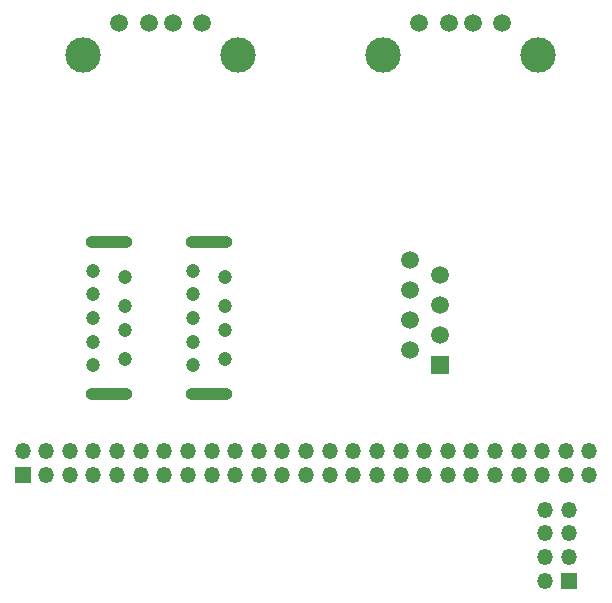
<source format=gbr>
G04 #@! TF.GenerationSoftware,KiCad,Pcbnew,(5.1.2)-1*
G04 #@! TF.CreationDate,2019-10-11T14:20:38-04:00*
G04 #@! TF.ProjectId,faceplate,66616365-706c-4617-9465-2e6b69636164,rev?*
G04 #@! TF.SameCoordinates,Original*
G04 #@! TF.FileFunction,Copper,L7,Inr*
G04 #@! TF.FilePolarity,Positive*
%FSLAX46Y46*%
G04 Gerber Fmt 4.6, Leading zero omitted, Abs format (unit mm)*
G04 Created by KiCad (PCBNEW (5.1.2)-1) date 2019-10-11 14:20:38*
%MOMM*%
%LPD*%
G04 APERTURE LIST*
%ADD10R,1.350000X1.350000*%
%ADD11O,1.350000X1.350000*%
%ADD12C,1.500000*%
%ADD13R,1.500000X1.500000*%
%ADD14C,3.000000*%
%ADD15C,1.200000*%
%ADD16O,4.000000X1.000000*%
G04 APERTURE END LIST*
D10*
X180594000Y-128206000D03*
D11*
X178594000Y-128206000D03*
X180594000Y-126206000D03*
X178594000Y-126206000D03*
X180594000Y-124206000D03*
X178594000Y-124206000D03*
X180594000Y-122206000D03*
X178594000Y-122206000D03*
D12*
X167132000Y-101092000D03*
X169672000Y-102362000D03*
X167132000Y-103632000D03*
X169672000Y-104902000D03*
X167132000Y-106172000D03*
X169672000Y-107442000D03*
X167132000Y-108712000D03*
D13*
X169672000Y-109982000D03*
D14*
X139424000Y-83736000D03*
X152564000Y-83736000D03*
D12*
X142494000Y-81026000D03*
X145034000Y-81026000D03*
X147034000Y-81026000D03*
X149494000Y-81026000D03*
D14*
X164824000Y-83736000D03*
X177964000Y-83736000D03*
D12*
X167894000Y-81026000D03*
X170434000Y-81026000D03*
X172434000Y-81026000D03*
X174894000Y-81026000D03*
D15*
X151502000Y-109474000D03*
D16*
X150127000Y-99574000D03*
D15*
X148752000Y-105974000D03*
X148752000Y-103974000D03*
D16*
X150127000Y-112374000D03*
D15*
X148752000Y-101974000D03*
X148752000Y-109974000D03*
X151502000Y-102474000D03*
X151502000Y-104974000D03*
X151502000Y-106974000D03*
X148752000Y-107974000D03*
X143002000Y-109474000D03*
X143002000Y-106974000D03*
X143002000Y-104974000D03*
X143002000Y-102474000D03*
X140252000Y-101974000D03*
X140252000Y-103974000D03*
X140252000Y-105974000D03*
X140252000Y-107974000D03*
X140252000Y-109974000D03*
D16*
X141627000Y-112374000D03*
X141627000Y-99574000D03*
D11*
X182324000Y-117226000D03*
X182324000Y-119226000D03*
X180324000Y-117226000D03*
X180324000Y-119226000D03*
X178324000Y-117226000D03*
X178324000Y-119226000D03*
X176324000Y-117226000D03*
X176324000Y-119226000D03*
X174324000Y-117226000D03*
X174324000Y-119226000D03*
X172324000Y-117226000D03*
X172324000Y-119226000D03*
X170324000Y-117226000D03*
X170324000Y-119226000D03*
X168324000Y-117226000D03*
X168324000Y-119226000D03*
X166324000Y-117226000D03*
X166324000Y-119226000D03*
X164324000Y-117226000D03*
X164324000Y-119226000D03*
X162324000Y-117226000D03*
X162324000Y-119226000D03*
X160324000Y-117226000D03*
X160324000Y-119226000D03*
X158324000Y-117226000D03*
X158324000Y-119226000D03*
X156324000Y-117226000D03*
X156324000Y-119226000D03*
X154324000Y-117226000D03*
X154324000Y-119226000D03*
X152324000Y-117226000D03*
X152324000Y-119226000D03*
X150324000Y-117226000D03*
X150324000Y-119226000D03*
X148324000Y-117226000D03*
X148324000Y-119226000D03*
X146324000Y-117226000D03*
X146324000Y-119226000D03*
X144324000Y-117226000D03*
X144324000Y-119226000D03*
X142324000Y-117226000D03*
X142324000Y-119226000D03*
X140324000Y-117226000D03*
X140324000Y-119226000D03*
X138324000Y-117226000D03*
X138324000Y-119226000D03*
X136324000Y-117226000D03*
X136324000Y-119226000D03*
X134324000Y-117226000D03*
D10*
X134324000Y-119226000D03*
M02*

</source>
